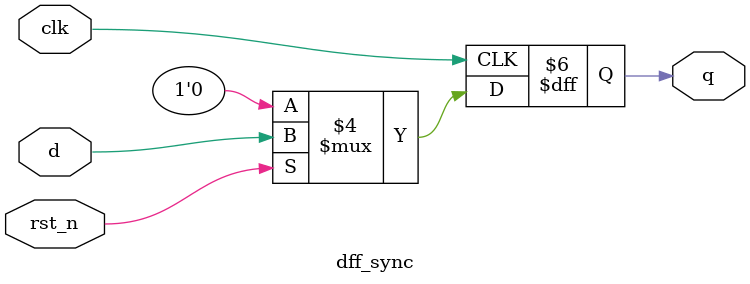
<source format=v>
module dff_sync ( 
input clk, rst_n, 
input d, 
output reg q 
); 
always@(posedge clk) begin  //复位 
if(!rst_n) q <= 0; 
else        
q <= d; 
end 
endmodule
</source>
